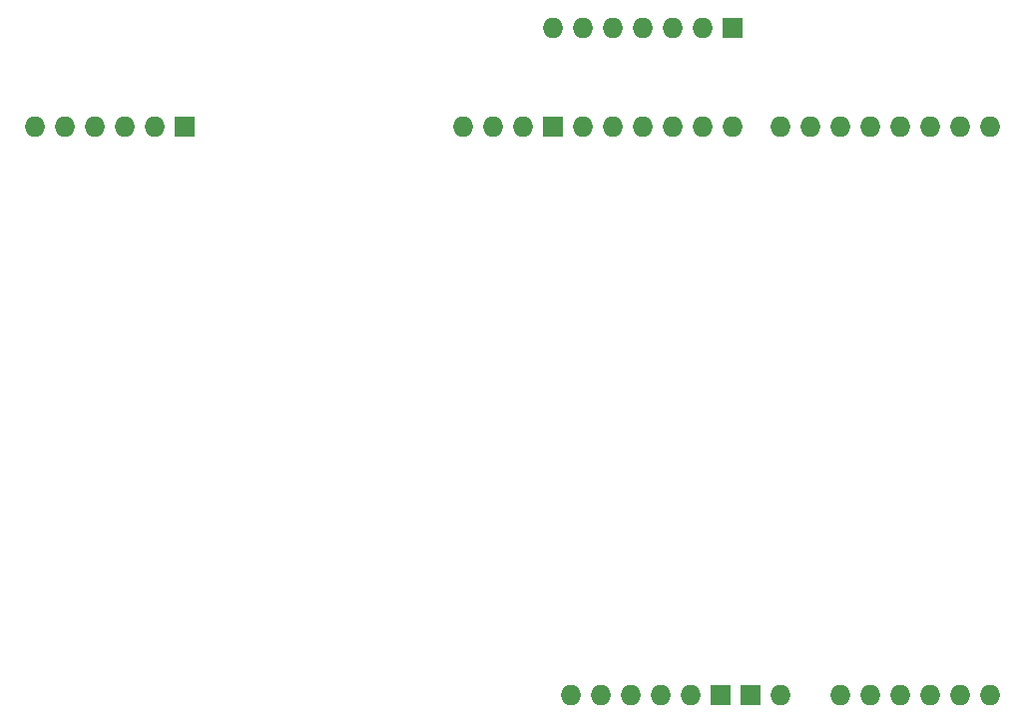
<source format=gbr>
%TF.GenerationSoftware,KiCad,Pcbnew,7.0.11+dfsg-1build4*%
%TF.CreationDate,2025-03-15T16:42:38-04:00*%
%TF.ProjectId,Peripherals Board,50657269-7068-4657-9261-6c7320426f61,rev?*%
%TF.SameCoordinates,Original*%
%TF.FileFunction,Soldermask,Top*%
%TF.FilePolarity,Negative*%
%FSLAX46Y46*%
G04 Gerber Fmt 4.6, Leading zero omitted, Abs format (unit mm)*
G04 Created by KiCad (PCBNEW 7.0.11+dfsg-1build4) date 2025-03-15 16:42:38*
%MOMM*%
%LPD*%
G01*
G04 APERTURE LIST*
%ADD10O,1.727200X1.727200*%
%ADD11R,1.727200X1.727200*%
G04 APERTURE END LIST*
D10*
%TO.C,*%
X143256000Y-70358000D03*
%TD*%
%TO.C,*%
X145796000Y-70358000D03*
%TD*%
%TO.C,*%
X148336000Y-70358000D03*
%TD*%
%TO.C,*%
X150876000Y-70358000D03*
%TD*%
%TO.C,*%
X153416000Y-70358000D03*
%TD*%
D11*
%TO.C,*%
X158496000Y-70358000D03*
%TD*%
D10*
%TO.C,*%
X155956000Y-70358000D03*
%TD*%
%TO.C, *%
X152400000Y-127000000D03*
X154940000Y-127000000D03*
X167640000Y-127000000D03*
X170180000Y-127000000D03*
X172720000Y-127000000D03*
X175260000Y-127000000D03*
X177800000Y-127000000D03*
X180340000Y-127000000D03*
X140716000Y-78740000D03*
X144780000Y-127000000D03*
X180340000Y-78740000D03*
X177800000Y-78740000D03*
X175260000Y-78740000D03*
X172720000Y-78740000D03*
X170180000Y-78740000D03*
X167640000Y-78740000D03*
X165100000Y-78740000D03*
X162560000Y-78740000D03*
X158496000Y-78740000D03*
X155956000Y-78740000D03*
X153416000Y-78740000D03*
X150876000Y-78740000D03*
X148336000Y-78740000D03*
X145796000Y-78740000D03*
D11*
X143256000Y-78740000D03*
X157480000Y-127000000D03*
X160020000Y-127000000D03*
D10*
X147320000Y-127000000D03*
X149860000Y-127000000D03*
X135636000Y-78740000D03*
X138176000Y-78740000D03*
X162560000Y-127000000D03*
%TD*%
D11*
%TO.C,*%
X112014000Y-78740000D03*
%TD*%
D10*
%TO.C,*%
X109474000Y-78740000D03*
%TD*%
%TO.C,*%
X106934000Y-78740000D03*
%TD*%
%TO.C,*%
X104394000Y-78740000D03*
%TD*%
%TO.C,*%
X101854000Y-78740000D03*
%TD*%
%TO.C,*%
X99314000Y-78740000D03*
%TD*%
M02*

</source>
